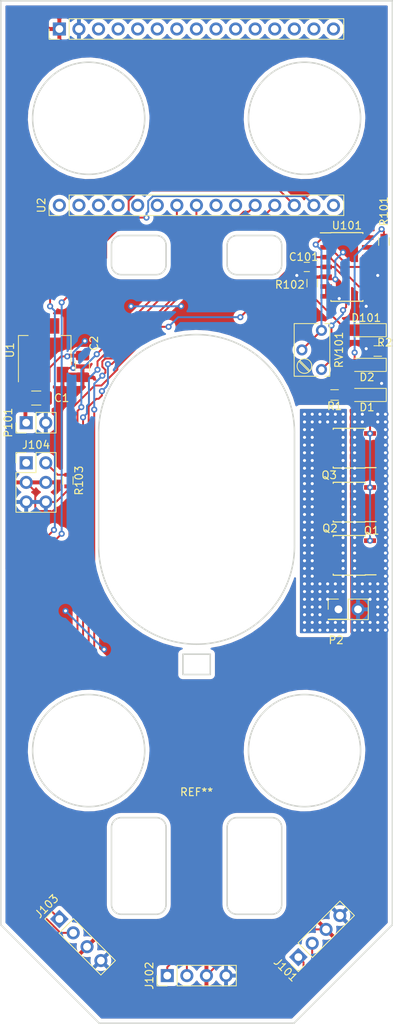
<source format=kicad_pcb>
(kicad_pcb (version 20171130) (host pcbnew 5.1.0-unknown-3692c51~82~ubuntu16.04.1)
  (layers (0 F.Cu signal) (31 B.Cu signal) (34 B.Paste user hide) (35 F.Paste user hide) (36 B.SilkS user) (37 F.SilkS user) (38 B.Mask user hide) (39 F.Mask user hide) (44 Edge.Cuts user))
  (net 0 "")
  (net 1 GND)
  (net 2 +5V)
  (net 3 /GATE)
  (net 4 +BATT)
  (net 5 "Net-(D1-Pad2)")
  (net 6 "Net-(D2-Pad1)")
  (net 7 /R_RX)
  (net 8 /R_PW)
  (net 9 /C_RX)
  (net 10 /C_PW)
  (net 11 /L_RX)
  (net 12 /L_PW)
  (net 13 "Net-(C101-Pad1)")
  (net 14 /S_IN)
  (net 15 "Net-(P2-Pad1)")
  (net 16 "Net-(R101-Pad2)")
  (net 17 "Net-(D101-Pad2)")
  (net 18 "Net-(RV101-Pad2)")
  (net 19 "Net-(D101-Pad1)")
  (net 20 "Net-(U101-Pad11)")
  (module roomba_pcb:Outline (layer F.Cu) (at 100 100)
    (fp_text reference REF** (at 0 0.5) (layer F.SilkS))
    (fp_text value Outline)
    (fp_line (start -9.77 16.35) (end -5.23 16.35) (layer Edge.Cuts) (width 0.2))
    (fp_arc (start -5.23 15.08) (end -5.23 16.35) (angle -90) (layer Edge.Cuts) (width 0.2))
    (fp_line (start -3.96 15.08) (end -3.96 5.08) (layer Edge.Cuts) (width 0.2))
    (fp_arc (start -5.23 5.08) (end -3.96 5.08) (angle -90) (layer Edge.Cuts) (width 0.2))
    (fp_line (start -9.77 3.81) (end -5.23 3.81) (layer Edge.Cuts) (width 0.2))
    (fp_arc (start -9.77 5.08) (end -9.77 3.81) (angle -90) (layer Edge.Cuts) (width 0.2))
    (fp_line (start -11.04 15.08) (end -11.04 5.08) (layer Edge.Cuts) (width 0.2))
    (fp_arc (start -9.77 15.08) (end -11.04 15.08) (angle -90) (layer Edge.Cuts) (width 0.2))
    (fp_circle (center 14 -4.879999) (end 21.27 -4.879999) (layer Edge.Cuts) (width 0.2))
    (fp_circle (center -14 -4.879999) (end -6.73 -4.879999) (layer Edge.Cuts) (width 0.2))
    (fp_arc (start 0 -46.129999) (end 12.7 -46.129999) (angle -180) (layer Edge.Cuts) (width 0.2))
    (fp_line (start -12.7 -31.379999) (end -12.7 -46.129999) (layer Edge.Cuts) (width 0.2))
    (fp_arc (start 0 -31.379999) (end -12.7 -31.379999) (angle -180) (layer Edge.Cuts) (width 0.2))
    (fp_line (start 12.7 -31.379999) (end 12.7 -46.129999) (layer Edge.Cuts) (width 0.2))
    (fp_line (start -1.773999 -17.383999) (end -1.773999 -14.745999) (layer Edge.Cuts) (width 0.2))
    (fp_line (start 1.773999 -14.745999) (end -1.773999 -14.745999) (layer Edge.Cuts) (width 0.2))
    (fp_line (start 1.773999 -17.383999) (end 1.773999 -14.745999) (layer Edge.Cuts) (width 0.2))
    (fp_line (start 1.773999 -17.383999) (end -1.773999 -17.383999) (layer Edge.Cuts) (width 0.2))
    (fp_circle (center 14 -86.879999) (end 21.27 -86.879999) (layer Edge.Cuts) (width 0.2))
    (fp_circle (center -14 -86.88) (end -6.73 -86.88) (layer Edge.Cuts) (width 0.2))
    (fp_arc (start 9.77 15.08) (end 9.77 16.35) (angle -90) (layer Edge.Cuts) (width 0.2))
    (fp_line (start 11.04 15.08) (end 11.04 5.08) (layer Edge.Cuts) (width 0.2))
    (fp_arc (start 9.77 5.08) (end 11.04 5.08) (angle -90) (layer Edge.Cuts) (width 0.2))
    (fp_line (start 9.77 3.81) (end 5.23 3.81) (layer Edge.Cuts) (width 0.2))
    (fp_arc (start 5.23 5.08) (end 5.23 3.81) (angle -90) (layer Edge.Cuts) (width 0.2))
    (fp_line (start 3.96 15.08) (end 3.96 5.08) (layer Edge.Cuts) (width 0.2))
    (fp_arc (start 5.23 15.08) (end 3.96 15.08) (angle -90) (layer Edge.Cuts) (width 0.2))
    (fp_line (start 9.77 16.35) (end 5.23 16.35) (layer Edge.Cuts) (width 0.2))
    (fp_line (start 3.959999 -67.87) (end 3.959999 -70.41) (layer Edge.Cuts) (width 0.2))
    (fp_arc (start 5.229999 -67.87) (end 3.959999 -67.87) (angle -90) (layer Edge.Cuts) (width 0.2))
    (fp_line (start 5.229999 -66.6) (end 9.769999 -66.6) (layer Edge.Cuts) (width 0.2))
    (fp_arc (start 9.769999 -67.87) (end 9.769999 -66.6) (angle -90) (layer Edge.Cuts) (width 0.2))
    (fp_line (start 11.039999 -67.87) (end 11.039999 -70.41) (layer Edge.Cuts) (width 0.2))
    (fp_arc (start 9.769999 -70.41) (end 11.039999 -70.41) (angle -90) (layer Edge.Cuts) (width 0.2))
    (fp_line (start 5.229999 -71.68) (end 9.769999 -71.68) (layer Edge.Cuts) (width 0.2))
    (fp_arc (start 5.229999 -70.41) (end 5.229999 -71.68) (angle -90) (layer Edge.Cuts) (width 0.2))
    (fp_line (start -5.229999 -71.68) (end -9.769999 -71.68) (layer Edge.Cuts) (width 0.2))
    (fp_arc (start -9.769999 -70.41) (end -9.769999 -71.68) (angle -90) (layer Edge.Cuts) (width 0.2))
    (fp_line (start -11.039999 -67.87) (end -11.039999 -70.41) (layer Edge.Cuts) (width 0.2))
    (fp_arc (start -9.769999 -67.87) (end -11.039999 -67.87) (angle -90) (layer Edge.Cuts) (width 0.2))
    (fp_line (start -5.229999 -66.599999) (end -9.769999 -66.6) (layer Edge.Cuts) (width 0.2))
    (fp_arc (start -5.229999 -67.87) (end -5.229999 -66.6) (angle -90) (layer Edge.Cuts) (width 0.2))
    (fp_line (start -3.959999 -67.87) (end -3.959999 -70.41) (layer Edge.Cuts) (width 0.2))
    (fp_arc (start -5.229999 -70.41) (end -3.959999 -70.41) (angle -90) (layer Edge.Cuts) (width 0.2))
    (fp_line (start 25.4 17.705229) (end 12.625229 30.479999) (layer Edge.Cuts) (width 0.2))
    (fp_line (start 12.625229 30.479999) (end -12.625229 30.479999) (layer Edge.Cuts) (width 0.2))
    (fp_line (start -12.625229 30.479999) (end -25.399999 17.705229) (layer Edge.Cuts) (width 0.2))
    (fp_line (start -25.399999 17.705229) (end -25.399999 -102.12) (layer Edge.Cuts) (width 0.2))
    (fp_line (start -25.399999 -102.12) (end 25.4 -102.12) (layer Edge.Cuts) (width 0.2))
    (fp_line (start 25.4 -102.12) (end 25.4 17.705229) (layer Edge.Cuts) (width 0.2))
  )
  (module LEDs:LED_1206 (layer F.Cu) (at 122.1 40.6 180)
    (fp_text reference D101 (at 0.1 1.6 180) (layer F.SilkS))
    (fp_text value LED_RED)
    (pad 1 smd rect (at -1.65 0) (size 1.5 1.5) (layers F.Cu F.Paste F.Mask) (net 19 "Net-(D101-Pad1)"))
    (pad 2 smd rect (at 1.65 0) (size 1.5 1.5) (layers F.Cu F.Paste F.Mask) (net 17 "Net-(D101-Pad2)"))
  )
  (module LEDs:LED_1206 (layer F.Cu) (at 122.1 45.1 180)
    (fp_text reference D2 (at 0 -1.6 180) (layer F.SilkS))
    (fp_text value LED_RED)
    (pad 1 smd rect (at -1.65 0) (size 1.5 1.5) (layers F.Cu F.Paste F.Mask) (net 6 "Net-(D2-Pad1)"))
    (pad 2 smd rect (at 1.65 0) (size 1.5 1.5) (layers F.Cu F.Paste F.Mask) (net 3 /GATE))
  )
  (module LEDs:LED_1206 (layer F.Cu) (at 122.1 49 180)
    (fp_text reference D1 (at 0 -1.6 180) (layer F.SilkS))
    (fp_text value LED_GREEN)
    (pad 1 smd rect (at -1.65 0) (size 1.5 1.5) (layers F.Cu F.Paste F.Mask) (net 1 GND))
    (pad 2 smd rect (at 1.65 0) (size 1.5 1.5) (layers F.Cu F.Paste F.Mask) (net 5 "Net-(D1-Pad2)"))
  )
  (module Housings_SOIC:SOIC-14_3.9x8.7mm_Pitch1.27mm (layer F.Cu) (at 119.5 32.4)
    (fp_text reference U101 (at 0 -5.375) (layer F.SilkS))
    (fp_text value CD4013BM)
    (pad 14 smd rect (at 2.7 -3.81) (size 1.5 0.6) (layers F.Cu F.Paste F.Mask) (net 2 +5V))
    (pad 13 smd rect (at 2.7 -2.54) (size 1.5 0.6) (layers F.Cu F.Paste F.Mask) (net 16 "Net-(R101-Pad2)"))
    (pad 12 smd rect (at 2.7 -1.27) (size 1.5 0.6) (layers F.Cu F.Paste F.Mask) (net 19 "Net-(D101-Pad1)"))
    (pad 11 smd rect (at 2.7 0) (size 1.5 0.6) (layers F.Cu F.Paste F.Mask) (net 20 "Net-(U101-Pad11)"))
    (pad 10 smd rect (at 2.7 1.27) (size 1.5 0.6) (layers F.Cu F.Paste F.Mask) (net 1 GND))
    (pad 9 smd rect (at 2.7 2.54) (size 1.5 0.6) (layers F.Cu F.Paste F.Mask) (net 14 /S_IN))
    (pad 8 smd rect (at 2.7 3.81) (size 1.5 0.6) (layers F.Cu F.Paste F.Mask) (net 1 GND))
    (pad 7 smd rect (at -2.7 3.81) (size 1.5 0.6) (layers F.Cu F.Paste F.Mask) (net 1 GND))
    (pad 6 smd rect (at -2.7 2.54) (size 1.5 0.6) (layers F.Cu F.Paste F.Mask) (net 1 GND))
    (pad 5 smd rect (at -2.7 1.27) (size 1.5 0.6) (layers F.Cu F.Paste F.Mask) (net 2 +5V))
    (pad 4 smd rect (at -2.7 0) (size 1.5 0.6) (layers F.Cu F.Paste F.Mask) (net 13 "Net-(C101-Pad1)"))
    (pad 3 smd rect (at -2.7 -1.27) (size 1.5 0.6) (layers F.Cu F.Paste F.Mask) (net 14 /S_IN))
    (pad 2 smd rect (at -2.7 -2.54) (size 1.5 0.6) (layers F.Cu F.Paste F.Mask) (net 20 "Net-(U101-Pad11)"))
    (pad 1 smd rect (at -2.7 -3.81) (size 1.5 0.6) (layers F.Cu F.Paste F.Mask) (net 18 "Net-(RV101-Pad2)"))
  )
  (module Potentiometers:Potentiometer_Trimmer_Bourns_3266W (layer F.Cu) (at 116.2 45.7 270)
    (fp_text reference RV101 (at -2.54 -2.27 270) (layer F.SilkS))
    (fp_text value 5k)
    (pad 3 thru_hole circle (at -5.08 0 270) (size 1.44 1.44) (drill 0.8) (layers *.Cu *.Mask) (net 18 "Net-(RV101-Pad2)"))
    (pad 2 thru_hole circle (at -2.54 2.54 270) (size 1.44 1.44) (drill 0.8) (layers *.Cu *.Mask) (net 18 "Net-(RV101-Pad2)"))
    (pad 1 thru_hole circle (at 0 0 270) (size 1.44 1.44) (drill 0.8) (layers *.Cu *.Mask) (net 13 "Net-(C101-Pad1)"))
  )
  (module Resistors_SMD:R_0603 (layer F.Cu) (at 83.3 60.1 270)
    (fp_text reference R103 (at 0 -1.45 270) (layer F.SilkS))
    (fp_text value 10k)
    (pad 2 smd rect (at 0.75 0 270) (size 0.5 0.9) (layers F.Cu F.Paste F.Mask) (net 1 GND))
    (pad 1 smd rect (at -0.75 0 270) (size 0.5 0.9) (layers F.Cu F.Paste F.Mask) (net 14 /S_IN))
  )
  (module Resistors_SMD:R_0603 (layer F.Cu) (at 115 34.5 270)
    (fp_text reference R102 (at 0.2 2.9) (layer F.SilkS))
    (fp_text value 475)
    (pad 2 smd rect (at 0.75 0 270) (size 0.5 0.9) (layers F.Cu F.Paste F.Mask) (net 17 "Net-(D101-Pad2)"))
    (pad 1 smd rect (at -0.75 0 270) (size 0.5 0.9) (layers F.Cu F.Paste F.Mask) (net 2 +5V))
  )
  (module Resistors_SMD:R_0603 (layer F.Cu) (at 124.3 29.1 270)
    (fp_text reference R101 (at -3.9 0 270) (layer F.SilkS))
    (fp_text value 10)
    (pad 2 smd rect (at 0.75 0 270) (size 0.5 0.9) (layers F.Cu F.Paste F.Mask) (net 16 "Net-(R101-Pad2)"))
    (pad 1 smd rect (at -0.75 0 270) (size 0.5 0.9) (layers F.Cu F.Paste F.Mask) (net 3 /GATE))
  )
  (module Resistors_SMD:R_0603 (layer F.Cu) (at 123.5 43.3 180)
    (fp_text reference R2 (at -0.9 1.1 180) (layer F.SilkS))
    (fp_text value 475)
    (pad 2 smd rect (at 0.75 0 180) (size 0.5 0.9) (layers F.Cu F.Paste F.Mask) (net 1 GND))
    (pad 1 smd rect (at -0.75 0 180) (size 0.5 0.9) (layers F.Cu F.Paste F.Mask) (net 6 "Net-(D2-Pad1)"))
  )
  (module Resistors_SMD:R_0603 (layer F.Cu) (at 117.9 49 180)
    (fp_text reference R1 (at 0 -1.45 180) (layer F.SilkS))
    (fp_text value 475)
    (pad 2 smd rect (at 0.75 0 180) (size 0.5 0.9) (layers F.Cu F.Paste F.Mask) (net 2 +5V))
    (pad 1 smd rect (at -0.75 0 180) (size 0.5 0.9) (layers F.Cu F.Paste F.Mask) (net 5 "Net-(D1-Pad2)"))
  )
  (module Pin_Headers:Pin_Header_Straight_2x03_Pitch2.54mm (layer F.Cu) (at 77.9 57.8)
    (fp_text reference J104 (at 1.27 -2.33) (layer F.SilkS))
    (fp_text value Conn_02x03_Odd_Even)
    (pad 6 thru_hole oval (at 2.54 5.08) (size 1.7 1.7) (drill 1) (layers *.Cu *.Mask) (net 1 GND))
    (pad 5 thru_hole oval (at 0 5.08) (size 1.7 1.7) (drill 1) (layers *.Cu *.Mask) (net 1 GND))
    (pad 4 thru_hole oval (at 2.54 2.54) (size 1.7 1.7) (drill 1) (layers *.Cu *.Mask) (net 2 +5V))
    (pad 3 thru_hole oval (at 0 2.54) (size 1.7 1.7) (drill 1) (layers *.Cu *.Mask) (net 2 +5V))
    (pad 2 thru_hole oval (at 2.54 0) (size 1.7 1.7) (drill 1) (layers *.Cu *.Mask) (net 14 /S_IN))
    (pad 1 thru_hole rect (at 0 0) (size 1.7 1.7) (drill 1) (layers *.Cu *.Mask))
  )
  (module Pin_Headers:Pin_Header_Straight_1x04_Pitch2.54mm (layer F.Cu) (at 82.2 116.96 45)
    (fp_text reference J103 (at 0 -2.33 45) (layer F.SilkS))
    (fp_text value Conn_01x04)
    (pad 4 thru_hole oval (at 0 7.62 45) (size 1.7 1.7) (drill 1) (layers *.Cu *.Mask) (net 1 GND))
    (pad 3 thru_hole oval (at 0 5.08 45) (size 1.7 1.7) (drill 1) (layers *.Cu *.Mask) (net 2 +5V))
    (pad 2 thru_hole oval (at 0 2.54 45) (size 1.7 1.7) (drill 1) (layers *.Cu *.Mask) (net 7 /R_RX))
    (pad 1 thru_hole rect (at 0 0 45) (size 1.7 1.7) (drill 1) (layers *.Cu *.Mask) (net 8 /R_PW))
  )
  (module Pin_Headers:Pin_Header_Straight_1x04_Pitch2.54mm (layer F.Cu) (at 96.2 124.3 90)
    (fp_text reference J102 (at 0 -2.33 90) (layer F.SilkS))
    (fp_text value Conn_01x04)
    (pad 4 thru_hole oval (at 0 7.62 90) (size 1.7 1.7) (drill 1) (layers *.Cu *.Mask) (net 1 GND))
    (pad 3 thru_hole oval (at 0 5.08 90) (size 1.7 1.7) (drill 1) (layers *.Cu *.Mask) (net 2 +5V))
    (pad 2 thru_hole oval (at 0 2.54 90) (size 1.7 1.7) (drill 1) (layers *.Cu *.Mask) (net 9 /C_RX))
    (pad 1 thru_hole rect (at 0 0 90) (size 1.7 1.7) (drill 1) (layers *.Cu *.Mask) (net 10 /C_PW))
  )
  (module Pin_Headers:Pin_Header_Straight_1x04_Pitch2.54mm (layer F.Cu) (at 113.2 121.9 135)
    (fp_text reference J101 (at 0 -2.33 135) (layer F.SilkS))
    (fp_text value Conn_01x04)
    (pad 4 thru_hole oval (at 0 7.62 135) (size 1.7 1.7) (drill 1) (layers *.Cu *.Mask) (net 1 GND))
    (pad 3 thru_hole oval (at 0 5.08 135) (size 1.7 1.7) (drill 1) (layers *.Cu *.Mask) (net 2 +5V))
    (pad 2 thru_hole oval (at 0 2.54 135) (size 1.7 1.7) (drill 1) (layers *.Cu *.Mask) (net 11 /L_RX))
    (pad 1 thru_hole rect (at 0 0 135) (size 1.7 1.7) (drill 1) (layers *.Cu *.Mask) (net 12 /L_PW))
  )
  (module Capacitors_SMD:C_0603 (layer F.Cu) (at 114.3 32.4 180)
    (fp_text reference C101 (at 0.4 1.3 180) (layer F.SilkS))
    (fp_text value 1uF)
    (pad 1 smd rect (at -0.75 0 180) (size 0.8 0.75) (layers F.Cu F.Paste F.Mask) (net 13 "Net-(C101-Pad1)"))
    (pad 2 smd rect (at 0.75 0 180) (size 0.8 0.75) (layers F.Cu F.Paste F.Mask) (net 1 GND))
  )
  (module Capacitor_SMD:C_1206_3216Metric (layer F.Cu) (at 79.2 49.4)
    (fp_text reference C1 (at 3.3 0) (layer F.SilkS))
    (fp_text value 4.7uF)
    (pad 2 smd roundrect (at 1.4 0) (size 1.25 1.75) (layers F.Cu F.Paste F.Mask) (roundrect_rratio 0.2) (net 1 GND))
    (pad 1 smd roundrect (at -1.4 0) (size 1.25 1.75) (layers F.Cu F.Paste F.Mask) (roundrect_rratio 0.2) (net 4 +BATT))
  )
  (module Capacitor_SMD:C_1206_3216Metric (layer F.Cu) (at 85.2 45.3 90)
    (fp_text reference C2 (at 3 1.5 90) (layer F.SilkS))
    (fp_text value 10uF)
    (pad 1 smd roundrect (at -1.4 0 90) (size 1.25 1.75) (layers F.Cu F.Paste F.Mask) (roundrect_rratio 0.2) (net 2 +5V))
    (pad 2 smd roundrect (at 1.4 0 90) (size 1.25 1.75) (layers F.Cu F.Paste F.Mask) (roundrect_rratio 0.2) (net 1 GND))
  )
  (module Connector_PinHeader_2.54mm:PinHeader_2x01_P2.54mm_Vertical (layer F.Cu) (at 118.4 76.8)
    (fp_text reference P2 (at -0.3 4) (layer F.SilkS))
    (fp_text value GND_INTERUPT)
    (pad 2 thru_hole oval (at 2.54 0) (size 1.7 1.7) (drill 1) (layers *.Cu *.Mask) (net 1 GND))
    (pad 1 thru_hole rect (at 0 0) (size 1.7 1.7) (drill 1) (layers *.Cu *.Mask) (net 15 "Net-(P2-Pad1)"))
  )
  (module Package_SO:SOIC-8_3.9x4.9mm_P1.27mm (layer F.Cu) (at 119.8 69.8 180)
    (fp_text reference Q1 (at -2.9 3.2 180) (layer F.SilkS))
    (fp_text value IRF8301M)
    (pad 1 smd rect (at -2.7 -1.905 180) (size 1.55 0.6) (layers F.Cu F.Paste F.Mask) (net 1 GND))
    (pad 2 smd rect (at -2.7 -0.635 180) (size 1.55 0.6) (layers F.Cu F.Paste F.Mask) (net 1 GND))
    (pad 3 smd rect (at -2.7 0.635 180) (size 1.55 0.6) (layers F.Cu F.Paste F.Mask) (net 1 GND))
    (pad 4 smd rect (at -2.7 1.905 180) (size 1.55 0.6) (layers F.Cu F.Paste F.Mask) (net 3 /GATE))
    (pad 5 smd rect (at 2.7 1.905 180) (size 1.55 0.6) (layers F.Cu F.Paste F.Mask) (net 15 "Net-(P2-Pad1)"))
    (pad 6 smd rect (at 2.7 0.635 180) (size 1.55 0.6) (layers F.Cu F.Paste F.Mask) (net 15 "Net-(P2-Pad1)"))
    (pad 7 smd rect (at 2.7 -0.635 180) (size 1.55 0.6) (layers F.Cu F.Paste F.Mask) (net 15 "Net-(P2-Pad1)"))
    (pad 8 smd rect (at 2.7 -1.905 180) (size 1.55 0.6) (layers F.Cu F.Paste F.Mask) (net 15 "Net-(P2-Pad1)"))
  )
  (module Package_SO:SOIC-8_3.9x4.9mm_P1.27mm (layer F.Cu) (at 119.8 62.9 180)
    (fp_text reference Q2 (at 2.5 -3.4 180) (layer F.SilkS))
    (fp_text value IRF8301M)
    (pad 8 smd rect (at 2.7 -1.905 180) (size 1.55 0.6) (layers F.Cu F.Paste F.Mask) (net 15 "Net-(P2-Pad1)"))
    (pad 7 smd rect (at 2.7 -0.635 180) (size 1.55 0.6) (layers F.Cu F.Paste F.Mask) (net 15 "Net-(P2-Pad1)"))
    (pad 6 smd rect (at 2.7 0.635 180) (size 1.55 0.6) (layers F.Cu F.Paste F.Mask) (net 15 "Net-(P2-Pad1)"))
    (pad 5 smd rect (at 2.7 1.905 180) (size 1.55 0.6) (layers F.Cu F.Paste F.Mask) (net 15 "Net-(P2-Pad1)"))
    (pad 4 smd rect (at -2.7 1.905 180) (size 1.55 0.6) (layers F.Cu F.Paste F.Mask) (net 3 /GATE))
    (pad 3 smd rect (at -2.7 0.635 180) (size 1.55 0.6) (layers F.Cu F.Paste F.Mask) (net 1 GND))
    (pad 2 smd rect (at -2.7 -0.635 180) (size 1.55 0.6) (layers F.Cu F.Paste F.Mask) (net 1 GND))
    (pad 1 smd rect (at -2.7 -1.905 180) (size 1.55 0.6) (layers F.Cu F.Paste F.Mask) (net 1 GND))
  )
  (module Package_SO:SOIC-8_3.9x4.9mm_P1.27mm (layer F.Cu) (at 119.8 55.9 180)
    (fp_text reference Q3 (at 2.6 -3.5 180) (layer F.SilkS))
    (fp_text value IRF8301M)
    (pad 1 smd rect (at -2.7 -1.905 180) (size 1.55 0.6) (layers F.Cu F.Paste F.Mask) (net 1 GND))
    (pad 2 smd rect (at -2.7 -0.635 180) (size 1.55 0.6) (layers F.Cu F.Paste F.Mask) (net 1 GND))
    (pad 3 smd rect (at -2.7 0.635 180) (size 1.55 0.6) (layers F.Cu F.Paste F.Mask) (net 1 GND))
    (pad 4 smd rect (at -2.7 1.905 180) (size 1.55 0.6) (layers F.Cu F.Paste F.Mask) (net 3 /GATE))
    (pad 5 smd rect (at 2.7 1.905 180) (size 1.55 0.6) (layers F.Cu F.Paste F.Mask) (net 15 "Net-(P2-Pad1)"))
    (pad 6 smd rect (at 2.7 0.635 180) (size 1.55 0.6) (layers F.Cu F.Paste F.Mask) (net 15 "Net-(P2-Pad1)"))
    (pad 7 smd rect (at 2.7 -0.635 180) (size 1.55 0.6) (layers F.Cu F.Paste F.Mask) (net 15 "Net-(P2-Pad1)"))
    (pad 8 smd rect (at 2.7 -1.905 180) (size 1.55 0.6) (layers F.Cu F.Paste F.Mask) (net 15 "Net-(P2-Pad1)"))
  )
  (module Package_TO_SOT_SMD:SOT-223 (layer F.Cu) (at 80.3 43.2 90)
    (fp_text reference U1 (at 0 -4.5 90) (layer F.SilkS))
    (fp_text value LM341T-05_TO220)
    (pad 4 smd rect (at 3.15 0 90) (size 2 3.8) (layers F.Cu F.Paste F.Mask))
    (pad 2 smd rect (at -3.15 0 90) (size 2 1.5) (layers F.Cu F.Paste F.Mask) (net 1 GND))
    (pad 3 smd rect (at -3.15 2.3 90) (size 2 1.5) (layers F.Cu F.Paste F.Mask) (net 2 +5V))
    (pad 1 smd rect (at -3.15 -2.3 90) (size 2 1.5) (layers F.Cu F.Paste F.Mask) (net 4 +BATT))
  )
  (module roomba_pcb:NODEMCU (layer F.Cu) (at 82.2 24.4 90)
    (fp_text reference U2 (at 0 -2.33 90) (layer F.SilkS))
    (fp_text value ESP8266-nodemcu)
    (pad 16 thru_hole circle (at 0 0 90) (size 1.7 1.7) (drill 1) (layers *.Cu *.Mask))
    (pad 17 thru_hole oval (at 0 2.54 90) (size 1.7 1.7) (drill 1) (layers *.Cu *.Mask))
    (pad 18 thru_hole oval (at 0 5.08 90) (size 1.7 1.7) (drill 1) (layers *.Cu *.Mask))
    (pad 19 thru_hole oval (at 0 7.62 90) (size 1.7 1.7) (drill 1) (layers *.Cu *.Mask))
    (pad 20 thru_hole oval (at 0 10.16 90) (size 1.7 1.7) (drill 1) (layers *.Cu *.Mask))
    (pad 21 thru_hole oval (at 0 12.7 90) (size 1.7 1.7) (drill 1) (layers *.Cu *.Mask))
    (pad 22 thru_hole oval (at 0 15.24 90) (size 1.7 1.7) (drill 1) (layers *.Cu *.Mask) (net 7 /R_RX))
    (pad 23 thru_hole oval (at 0 17.78 90) (size 1.7 1.7) (drill 1) (layers *.Cu *.Mask) (net 8 /R_PW))
    (pad 24 thru_hole oval (at 0 20.32 90) (size 1.7 1.7) (drill 1) (layers *.Cu *.Mask))
    (pad 25 thru_hole oval (at 0 22.86 90) (size 1.7 1.7) (drill 1) (layers *.Cu *.Mask))
    (pad 26 thru_hole oval (at 0 25.4 90) (size 1.7 1.7) (drill 1) (layers *.Cu *.Mask) (net 9 /C_RX))
    (pad 27 thru_hole oval (at 0 27.94 90) (size 1.7 1.7) (drill 1) (layers *.Cu *.Mask) (net 10 /C_PW))
    (pad 28 thru_hole oval (at 0 30.48 90) (size 1.7 1.7) (drill 1) (layers *.Cu *.Mask) (net 11 /L_RX))
    (pad 29 thru_hole oval (at 0 33.02 90) (size 1.7 1.7) (drill 1) (layers *.Cu *.Mask) (net 12 /L_PW))
    (pad 30 thru_hole oval (at 0 35.56 90) (size 1.7 1.7) (drill 1) (layers *.Cu *.Mask))
    (pad 9 thru_hole oval (at 22.86 20.32 90) (size 1.7 1.7) (drill 1) (layers *.Cu *.Mask))
    (pad 4 thru_hole oval (at 22.86 7.62 90) (size 1.7 1.7) (drill 1) (layers *.Cu *.Mask))
    (pad 6 thru_hole oval (at 22.86 12.7 90) (size 1.7 1.7) (drill 1) (layers *.Cu *.Mask))
    (pad 14 thru_hole oval (at 22.86 33.02 90) (size 1.7 1.7) (drill 1) (layers *.Cu *.Mask))
    (pad 15 thru_hole oval (at 22.86 35.56 90) (size 1.7 1.7) (drill 1) (layers *.Cu *.Mask))
    (pad 1 thru_hole rect (at 22.86 0 90) (size 1.7 1.7) (drill 1) (layers *.Cu *.Mask) (net 2 +5V))
    (pad 10 thru_hole oval (at 22.86 22.86 90) (size 1.7 1.7) (drill 1) (layers *.Cu *.Mask))
    (pad 8 thru_hole oval (at 22.86 17.78 90) (size 1.7 1.7) (drill 1) (layers *.Cu *.Mask))
    (pad 11 thru_hole oval (at 22.86 25.4 90) (size 1.7 1.7) (drill 1) (layers *.Cu *.Mask))
    (pad 3 thru_hole oval (at 22.86 5.08 90) (size 1.7 1.7) (drill 1) (layers *.Cu *.Mask))
    (pad 5 thru_hole oval (at 22.86 10.16 90) (size 1.7 1.7) (drill 1) (layers *.Cu *.Mask))
    (pad 7 thru_hole oval (at 22.86 15.24 90) (size 1.7 1.7) (drill 1) (layers *.Cu *.Mask))
    (pad 13 thru_hole oval (at 22.86 30.48 90) (size 1.7 1.7) (drill 1) (layers *.Cu *.Mask))
    (pad 12 thru_hole oval (at 22.86 27.94 90) (size 1.7 1.7) (drill 1) (layers *.Cu *.Mask))
    (pad 2 thru_hole oval (at 22.86 2.54 90) (size 1.7 1.7) (drill 1) (layers *.Cu *.Mask) (net 1 GND))
  )
  (module Pin_Headers:Pin_Header_Straight_1x02_Pitch2.54mm (layer F.Cu) (at 77.9 52.6 90)
    (fp_text reference P101 (at 0 -2.33 90) (layer F.SilkS))
    (fp_text value BATT)
    (pad 1 thru_hole rect (at 0 0 90) (size 1.7 1.7) (drill 1) (layers *.Cu *.Mask) (net 4 +BATT))
    (pad 2 thru_hole oval (at 0 2.54 90) (size 1.7 1.7) (drill 1) (layers *.Cu *.Mask) (net 1 GND))
  )
  (via (at 120.5 51.5) (size 0.8) (drill 0.4) (layers F.Cu B.Cu) (net 1))
  (via (at 121.5 51.5) (size 0.8) (drill 0.4) (layers F.Cu B.Cu) (net 1))
  (via (at 123.5 51.5) (size 0.8) (drill 0.4) (layers F.Cu B.Cu) (net 1))
  (via (at 124.5 51.5) (size 0.8) (drill 0.4) (layers F.Cu B.Cu) (net 1))
  (via (at 124.5 52.5) (size 0.8) (drill 0.4) (layers F.Cu B.Cu) (net 1))
  (via (at 123.5 52.5) (size 0.8) (drill 0.4) (layers F.Cu B.Cu) (net 1))
  (via (at 121.5 52.5) (size 0.8) (drill 0.4) (layers F.Cu B.Cu) (net 1))
  (via (at 120.5 52.5) (size 0.8) (drill 0.4) (layers F.Cu B.Cu) (net 1))
  (via (at 120.5 53.5) (size 0.8) (drill 0.4) (layers F.Cu B.Cu) (net 1))
  (via (at 120.5 54.5) (size 0.8) (drill 0.4) (layers F.Cu B.Cu) (net 1))
  (via (at 120.5 55.5) (size 0.8) (drill 0.4) (layers F.Cu B.Cu) (net 1))
  (via (at 120.5 56.5) (size 0.8) (drill 0.4) (layers F.Cu B.Cu) (net 1))
  (via (at 120.5 57.5) (size 0.8) (drill 0.4) (layers F.Cu B.Cu) (net 1))
  (via (at 124.5 53.5) (size 0.8) (drill 0.4) (layers F.Cu B.Cu) (net 1))
  (via (at 124.5 54.5) (size 0.8) (drill 0.4) (layers F.Cu B.Cu) (net 1))
  (via (at 124.5 55.5) (size 0.8) (drill 0.4) (layers F.Cu B.Cu) (net 1))
  (via (at 124.5 56.5) (size 0.8) (drill 0.4) (layers F.Cu B.Cu) (net 1))
  (via (at 124.5 57.5) (size 0.8) (drill 0.4) (layers F.Cu B.Cu) (net 1))
  (via (at 124.5 58.5) (size 0.8) (drill 0.4) (layers F.Cu B.Cu) (net 1))
  (via (at 124.5 59.5) (size 0.8) (drill 0.4) (layers F.Cu B.Cu) (net 1))
  (via (at 120.5 59.5) (size 0.8) (drill 0.4) (layers F.Cu B.Cu) (net 1))
  (via (at 124.5 62.5) (size 0.8) (drill 0.4) (layers F.Cu B.Cu) (net 1))
  (via (at 120.5 62.5) (size 0.8) (drill 0.4) (layers F.Cu B.Cu) (net 1))
  (via (at 124.5 60.5) (size 0.8) (drill 0.4) (layers F.Cu B.Cu) (net 1))
  (via (at 120.5 61.5) (size 0.8) (drill 0.4) (layers F.Cu B.Cu) (net 1))
  (via (at 120.5 58.5) (size 0.8) (drill 0.4) (layers F.Cu B.Cu) (net 1))
  (via (at 124.5 61.5) (size 0.8) (drill 0.4) (layers F.Cu B.Cu) (net 1))
  (via (at 120.5 60.5) (size 0.8) (drill 0.4) (layers F.Cu B.Cu) (net 1))
  (via (at 120.5 63.5) (size 0.8) (drill 0.4) (layers F.Cu B.Cu) (net 1))
  (via (at 124.5 65.5) (size 0.8) (drill 0.4) (layers F.Cu B.Cu) (net 1))
  (via (at 124.5 66.5) (size 0.8) (drill 0.4) (layers F.Cu B.Cu) (net 1))
  (via (at 120.5 67.5) (size 0.8) (drill 0.4) (layers F.Cu B.Cu) (net 1))
  (via (at 120.5 65.5) (size 0.8) (drill 0.4) (layers F.Cu B.Cu) (net 1))
  (via (at 124.5 63.5) (size 0.8) (drill 0.4) (layers F.Cu B.Cu) (net 1))
  (via (at 120.5 66.5) (size 0.8) (drill 0.4) (layers F.Cu B.Cu) (net 1))
  (via (at 120.5 64.5) (size 0.8) (drill 0.4) (layers F.Cu B.Cu) (net 1))
  (via (at 124.5 67.5) (size 0.8) (drill 0.4) (layers F.Cu B.Cu) (net 1))
  (via (at 124.5 64.5) (size 0.8) (drill 0.4) (layers F.Cu B.Cu) (net 1))
  (via (at 120.5 69.5) (size 0.8) (drill 0.4) (layers F.Cu B.Cu) (net 1))
  (via (at 120.5 71.5) (size 0.8) (drill 0.4) (layers F.Cu B.Cu) (net 1))
  (via (at 124.5 68.5) (size 0.8) (drill 0.4) (layers F.Cu B.Cu) (net 1))
  (via (at 120.5 68.5) (size 0.8) (drill 0.4) (layers F.Cu B.Cu) (net 1))
  (via (at 120.5 72.5) (size 0.8) (drill 0.4) (layers F.Cu B.Cu) (net 1))
  (via (at 124.5 72.5) (size 0.8) (drill 0.4) (layers F.Cu B.Cu) (net 1))
  (via (at 124.5 69.5) (size 0.8) (drill 0.4) (layers F.Cu B.Cu) (net 1))
  (via (at 124.5 70.5) (size 0.8) (drill 0.4) (layers F.Cu B.Cu) (net 1))
  (via (at 120.5 70.5) (size 0.8) (drill 0.4) (layers F.Cu B.Cu) (net 1))
  (via (at 124.5 71.5) (size 0.8) (drill 0.4) (layers F.Cu B.Cu) (net 1))
  (via (at 124.5 76.5) (size 0.8) (drill 0.4) (layers F.Cu B.Cu) (net 1))
  (via (at 120.5 73.5) (size 0.8) (drill 0.4) (layers F.Cu B.Cu) (net 1))
  (via (at 120.5 74.5) (size 0.8) (drill 0.4) (layers F.Cu B.Cu) (net 1))
  (via (at 124.5 74.5) (size 0.8) (drill 0.4) (layers F.Cu B.Cu) (net 1))
  (via (at 124.5 77.5) (size 0.8) (drill 0.4) (layers F.Cu B.Cu) (net 1))
  (via (at 124.5 73.5) (size 0.8) (drill 0.4) (layers F.Cu B.Cu) (net 1))
  (via (at 124.5 75.5) (size 0.8) (drill 0.4) (layers F.Cu B.Cu) (net 1))
  (via (at 121.5 73.5) (size 0.8) (drill 0.4) (layers F.Cu B.Cu) (net 1))
  (via (at 122.5 73.5) (size 0.8) (drill 0.4) (layers F.Cu B.Cu) (net 1))
  (via (at 123.5 73.5) (size 0.8) (drill 0.4) (layers F.Cu B.Cu) (net 1))
  (via (at 121.5 74.5) (size 0.8) (drill 0.4) (layers F.Cu B.Cu) (net 1))
  (via (at 122.5 74.5) (size 0.8) (drill 0.4) (layers F.Cu B.Cu) (net 1))
  (via (at 123.5 74.5) (size 0.8) (drill 0.4) (layers F.Cu B.Cu) (net 1))
  (via (at 123.5 75.5) (size 0.8) (drill 0.4) (layers F.Cu B.Cu) (net 1))
  (via (at 123.5 76.5) (size 0.8) (drill 0.4) (layers F.Cu B.Cu) (net 1))
  (via (at 123.5 77.5) (size 0.8) (drill 0.4) (layers F.Cu B.Cu) (net 1))
  (via (at 123.5 78.5) (size 0.8) (drill 0.4) (layers F.Cu B.Cu) (net 1))
  (via (at 124.5 78.5) (size 0.8) (drill 0.4) (layers F.Cu B.Cu) (net 1))
  (via (at 124.5 79.5) (size 0.8) (drill 0.4) (layers F.Cu B.Cu) (net 1))
  (via (at 123.5 79.5) (size 0.8) (drill 0.4) (layers F.Cu B.Cu) (net 1))
  (via (at 122.5 79.5) (size 0.8) (drill 0.4) (layers F.Cu B.Cu) (net 1))
  (via (at 121.5 79.5) (size 0.8) (drill 0.4) (layers F.Cu B.Cu) (net 1))
  (via (at 120.5 79.5) (size 0.8) (drill 0.4) (layers F.Cu B.Cu) (net 1))
  (via (at 120.5 78.5) (size 0.8) (drill 0.4) (layers F.Cu B.Cu) (net 1))
  (via (at 121.5 78.5) (size 0.8) (drill 0.4) (layers F.Cu B.Cu) (net 1))
  (via (at 122.5 78.5) (size 0.8) (drill 0.4) (layers F.Cu B.Cu) (net 1))
  (via (at 122.5 75.5) (size 0.8) (drill 0.4) (layers F.Cu B.Cu) (net 1))
  (segment (start 80.44 49.56) (end 80.6 49.4) (width 0.5) (layer F.Cu) (net 1))
  (segment (start 80.44 52.6) (end 80.44 49.56) (width 0.5) (layer F.Cu) (net 1))
  (segment (start 80.6 46.65) (end 80.3 46.35) (width 0.5) (layer F.Cu) (net 1))
  (segment (start 80.6 49.4) (end 80.6 46.65) (width 0.5) (layer F.Cu) (net 1))
  (segment (start 81.77 62.88) (end 81.642081 62.88) (width 0.25) (layer F.Cu) (net 1))
  (segment (start 83.3 61.35) (end 81.77 62.88) (width 0.25) (layer F.Cu) (net 1))
  (segment (start 81.642081 62.88) (end 80.44 62.88) (width 0.25) (layer F.Cu) (net 1))
  (segment (start 83.3 60.85) (end 83.3 61.35) (width 0.25) (layer F.Cu) (net 1))
  (via (at 124 47.5) (size 0.8) (drill 0.4) (layers F.Cu B.Cu) (net 1))
  (segment (start 123.75 47.75) (end 124 47.5) (width 0.25) (layer F.Cu) (net 1))
  (segment (start 123.75 49) (end 123.75 47.75) (width 0.25) (layer F.Cu) (net 1))
  (segment (start 122.3 43.3) (end 122 43) (width 0.25) (layer F.Cu) (net 1))
  (via (at 122 43) (size 0.8) (drill 0.4) (layers F.Cu B.Cu) (net 1))
  (segment (start 122.75 43.3) (end 122.3 43.3) (width 0.25) (layer F.Cu) (net 1))
  (via (at 122 37.5) (size 0.8) (drill 0.4) (layers F.Cu B.Cu) (net 1))
  (segment (start 122.2 37.3) (end 122 37.5) (width 0.25) (layer F.Cu) (net 1))
  (segment (start 122.2 36.21) (end 122.2 37.3) (width 0.25) (layer F.Cu) (net 1))
  (segment (start 118.21 36.21) (end 118.5 36.5) (width 0.25) (layer F.Cu) (net 1))
  (via (at 118.5 36.5) (size 0.8) (drill 0.4) (layers F.Cu B.Cu) (net 1))
  (segment (start 116.8 36.21) (end 118.21 36.21) (width 0.25) (layer F.Cu) (net 1))
  (segment (start 116.8 34.94) (end 116.8 36.21) (width 0.25) (layer F.Cu) (net 1))
  (via (at 113 33.5) (size 0.8) (drill 0.4) (layers F.Cu B.Cu) (net 1))
  (segment (start 113.55 32.95) (end 113 33.5) (width 0.25) (layer F.Cu) (net 1))
  (segment (start 113.55 32.4) (end 113.55 32.95) (width 0.25) (layer F.Cu) (net 1))
  (segment (start 83.32501 43.9) (end 83.22501 44) (width 0.5) (layer F.Cu) (net 1))
  (segment (start 85.2 43.9) (end 83.32501 43.9) (width 0.5) (layer F.Cu) (net 1))
  (via (at 83.22501 44) (size 0.8) (drill 0.4) (layers F.Cu B.Cu) (net 1))
  (segment (start 123.33 33.67) (end 123.5 33.5) (width 0.25) (layer F.Cu) (net 1))
  (via (at 123.5 33.5) (size 0.8) (drill 0.4) (layers F.Cu B.Cu) (net 1))
  (segment (start 122.2 33.67) (end 123.33 33.67) (width 0.25) (layer F.Cu) (net 1))
  (segment (start 80.3 46.1) (end 80.3 46.35) (width 0.25) (layer F.Cu) (net 1))
  (segment (start 82.4 44) (end 80.3 46.1) (width 0.25) (layer F.Cu) (net 1))
  (segment (start 83.22501 44) (end 82.4 44) (width 0.25) (layer F.Cu) (net 1))
  (segment (start 84.85 46.35) (end 85.2 46.7) (width 0.5) (layer F.Cu) (net 2))
  (segment (start 82.6 46.35) (end 84.85 46.35) (width 0.5) (layer F.Cu) (net 2))
  (segment (start 115.08 33.67) (end 115 33.75) (width 0.25) (layer F.Cu) (net 2))
  (segment (start 116.8 33.67) (end 115.08 33.67) (width 0.25) (layer F.Cu) (net 2))
  (segment (start 107.272102 118.307898) (end 101.28 124.3) (width 0.25) (layer F.Cu) (net 2))
  (segment (start 116.792102 118.307898) (end 107.272102 118.307898) (width 0.25) (layer F.Cu) (net 2))
  (segment (start 101.28 123.097919) (end 100.5 122.317919) (width 0.25) (layer F.Cu) (net 2))
  (segment (start 101.28 124.3) (end 101.28 123.097919) (width 0.25) (layer F.Cu) (net 2))
  (segment (start 100.5 122.317919) (end 100 121.817919) (width 0.25) (layer F.Cu) (net 2))
  (via (at 88 82) (size 0.8) (drill 0.4) (layers F.Cu B.Cu) (net 2))
  (segment (start 100 94) (end 88 82) (width 0.25) (layer F.Cu) (net 2))
  (segment (start 100 121.817919) (end 100 94) (width 0.25) (layer F.Cu) (net 2))
  (via (at 83 77) (size 0.8) (drill 0.4) (layers F.Cu B.Cu) (net 2))
  (segment (start 88 82) (end 83 77) (width 0.25) (layer B.Cu) (net 2))
  (segment (start 83 77) (end 83.5 76.5) (width 0.25) (layer F.Cu) (net 2))
  (segment (start 83.5 76.5) (end 83.5 66.5) (width 0.25) (layer F.Cu) (net 2))
  (segment (start 81.055001 64.055001) (end 79.555001 64.055001) (width 0.25) (layer F.Cu) (net 2))
  (segment (start 83.5 66.5) (end 81.055001 64.055001) (width 0.25) (layer F.Cu) (net 2))
  (segment (start 78.749999 61.189999) (end 77.9 60.34) (width 0.25) (layer F.Cu) (net 2))
  (segment (start 79.075001 63.575001) (end 79.075001 61.515001) (width 0.25) (layer F.Cu) (net 2))
  (segment (start 79.075001 61.515001) (end 78.749999 61.189999) (width 0.25) (layer F.Cu) (net 2))
  (segment (start 79.555001 64.055001) (end 79.075001 63.575001) (width 0.25) (layer F.Cu) (net 2))
  (segment (start 80.44 60.34) (end 77.9 60.34) (width 0.25) (layer F.Cu) (net 2))
  (via (at 119 30.5) (size 0.8) (drill 0.4) (layers F.Cu B.Cu) (net 2))
  (segment (start 120.91 28.59) (end 119 30.5) (width 0.25) (layer F.Cu) (net 2))
  (segment (start 122.2 28.59) (end 120.91 28.59) (width 0.25) (layer F.Cu) (net 2))
  (via (at 118 34) (size 0.8) (drill 0.4) (layers F.Cu B.Cu) (net 2))
  (segment (start 119 30.5) (end 118 31.5) (width 0.25) (layer B.Cu) (net 2))
  (segment (start 118 31.5) (end 118 34) (width 0.25) (layer B.Cu) (net 2))
  (segment (start 117.13 34) (end 116.8 33.67) (width 0.25) (layer F.Cu) (net 2))
  (segment (start 118 34) (end 117.13 34) (width 0.25) (layer F.Cu) (net 2))
  (segment (start 114.8 33.75) (end 108.55 40) (width 0.25) (layer F.Cu) (net 2))
  (segment (start 115 33.75) (end 114.8 33.75) (width 0.25) (layer F.Cu) (net 2))
  (segment (start 108.55 40) (end 100 40) (width 0.25) (layer F.Cu) (net 2))
  (via (at 98 37.5) (size 0.8) (drill 0.4) (layers F.Cu B.Cu) (net 2))
  (segment (start 98 38) (end 98 37.5) (width 0.25) (layer F.Cu) (net 2))
  (segment (start 100 40) (end 98 38) (width 0.25) (layer F.Cu) (net 2))
  (via (at 91.5 37.5) (size 0.8) (drill 0.4) (layers F.Cu B.Cu) (net 2))
  (segment (start 98 37.5) (end 91.5 37.5) (width 0.25) (layer B.Cu) (net 2))
  (segment (start 90 37.5) (end 85.5 42) (width 0.25) (layer F.Cu) (net 2))
  (via (at 85.5 42) (size 0.8) (drill 0.4) (layers F.Cu B.Cu) (net 2))
  (segment (start 91.5 37.5) (end 90 37.5) (width 0.25) (layer F.Cu) (net 2))
  (via (at 84 45.5) (size 0.8) (drill 0.4) (layers F.Cu B.Cu) (net 2))
  (segment (start 84 43.5) (end 84 45.5) (width 0.25) (layer B.Cu) (net 2))
  (segment (start 85.5 42) (end 84 43.5) (width 0.25) (layer B.Cu) (net 2))
  (segment (start 83.45 45.5) (end 82.6 46.35) (width 0.25) (layer F.Cu) (net 2))
  (segment (start 84 45.5) (end 83.45 45.5) (width 0.25) (layer F.Cu) (net 2))
  (via (at 122.500038 53.995) (size 0.8) (drill 0.4) (layers F.Cu B.Cu) (net 3))
  (segment (start 122.5 53.995) (end 122.500038 53.995) (width 0.25) (layer F.Cu) (net 3))
  (via (at 122.49998 60.995) (size 0.8) (drill 0.4) (layers F.Cu B.Cu) (net 3))
  (segment (start 122.5 60.995) (end 122.49998 60.995) (width 0.25) (layer F.Cu) (net 3))
  (segment (start 122.500038 60.994942) (end 122.49998 60.995) (width 0.25) (layer B.Cu) (net 3))
  (segment (start 122.500038 53.995) (end 122.500038 60.994942) (width 0.25) (layer B.Cu) (net 3))
  (via (at 122.500016 67.895) (size 0.8) (drill 0.4) (layers F.Cu B.Cu) (net 3))
  (segment (start 122.5 67.895) (end 122.500016 67.895) (width 0.25) (layer F.Cu) (net 3))
  (segment (start 122.49998 60.995) (end 122.49998 67.894964) (width 0.25) (layer B.Cu) (net 3))
  (segment (start 122.49998 67.894964) (end 122.500016 67.895) (width 0.25) (layer B.Cu) (net 3))
  (via (at 124 27.5) (size 0.8) (drill 0.4) (layers F.Cu B.Cu) (net 3))
  (segment (start 124.3 27.8) (end 124 27.5) (width 0.25) (layer F.Cu) (net 3))
  (segment (start 124.3 28.35) (end 124.3 27.8) (width 0.25) (layer F.Cu) (net 3))
  (via (at 120.5 43.5) (size 0.8) (drill 0.4) (layers F.Cu B.Cu) (net 3))
  (segment (start 120.5 31) (end 120.5 43.5) (width 0.25) (layer B.Cu) (net 3))
  (segment (start 124 27.5) (end 120.5 31) (width 0.25) (layer B.Cu) (net 3))
  (segment (start 120.5 45.05) (end 120.45 45.1) (width 0.25) (layer F.Cu) (net 3))
  (segment (start 120.5 43.5) (end 120.5 45.05) (width 0.25) (layer F.Cu) (net 3))
  (segment (start 121.45 45.1) (end 120.45 45.1) (width 0.25) (layer F.Cu) (net 3))
  (segment (start 122.500038 46.150038) (end 121.45 45.1) (width 0.25) (layer F.Cu) (net 3))
  (segment (start 122.500038 53.995) (end 122.500038 46.150038) (width 0.25) (layer F.Cu) (net 3))
  (segment (start 78 49.2) (end 77.8 49.4) (width 0.5) (layer F.Cu) (net 4))
  (segment (start 78 46.35) (end 78 49.2) (width 0.5) (layer F.Cu) (net 4))
  (segment (start 77.8 52.5) (end 77.9 52.6) (width 0.5) (layer F.Cu) (net 4))
  (segment (start 77.8 49.4) (end 77.8 52.5) (width 0.5) (layer F.Cu) (net 4))
  (segment (start 118.65 49) (end 120.45 49) (width 0.25) (layer F.Cu) (net 5))
  (segment (start 123.75 43.8) (end 124.25 43.3) (width 0.25) (layer F.Cu) (net 6))
  (segment (start 123.75 45.1) (end 123.75 43.8) (width 0.25) (layer F.Cu) (net 6))
  (segment (start 97.44 33.325266) (end 87.450022 43.315244) (width 0.25) (layer F.Cu) (net 7))
  (segment (start 87.450022 43.315244) (end 87.050023 43.715243) (width 0.25) (layer F.Cu) (net 7))
  (via (at 87.050023 43.715243) (size 0.8) (drill 0.4) (layers F.Cu B.Cu) (net 7))
  (segment (start 97.44 24.4) (end 97.44 33.325266) (width 0.25) (layer F.Cu) (net 7))
  (segment (start 76.588323 113.010041) (end 76.588323 92.411678) (width 0.25) (layer F.Cu) (net 7))
  (segment (start 83.996051 118.756051) (end 82.334333 118.756051) (width 0.25) (layer F.Cu) (net 7))
  (segment (start 84.650966 50.977506) (end 85.050965 50.577507) (width 0.25) (layer F.Cu) (net 7))
  (segment (start 82.334333 118.756051) (end 76.588323 113.010041) (width 0.25) (layer F.Cu) (net 7))
  (segment (start 85.050965 50.011822) (end 85.050965 50.577507) (width 0.25) (layer B.Cu) (net 7))
  (segment (start 76.588323 92.411678) (end 84.549988 84.450013) (width 0.25) (layer F.Cu) (net 7))
  (segment (start 85.050965 45.714301) (end 85.050965 50.011822) (width 0.25) (layer B.Cu) (net 7))
  (via (at 85.050965 50.577507) (size 0.8) (drill 0.4) (layers F.Cu B.Cu) (net 7))
  (segment (start 87.050023 43.715243) (end 85.050965 45.714301) (width 0.25) (layer B.Cu) (net 7))
  (segment (start 84.549988 51.078484) (end 84.650966 50.977506) (width 0.25) (layer F.Cu) (net 7))
  (segment (start 84.549988 84.450013) (end 84.549988 51.078484) (width 0.25) (layer F.Cu) (net 7))
  (segment (start 85.27499 84.419028) (end 85.27499 52.470039) (width 0.25) (layer F.Cu) (net 8))
  (segment (start 85.27499 52.470039) (end 85.27499 51.904354) (width 0.25) (layer F.Cu) (net 8))
  (segment (start 77.5 92.194018) (end 85.27499 84.419028) (width 0.25) (layer F.Cu) (net 8))
  (segment (start 82.2 116.96) (end 77.5 112.26) (width 0.25) (layer F.Cu) (net 8))
  (via (at 85.27499 51.904354) (size 0.8) (drill 0.4) (layers F.Cu B.Cu) (net 8))
  (segment (start 77.5 112.26) (end 77.5 92.194018) (width 0.25) (layer F.Cu) (net 8))
  (via (at 87.147021 45.721746) (size 0.8) (drill 0.4) (layers F.Cu B.Cu) (net 8))
  (segment (start 87.147021 45.156061) (end 87.147021 45.721746) (width 0.25) (layer F.Cu) (net 8))
  (segment (start 99.98 24.4) (end 99.98 31.810585) (width 0.25) (layer F.Cu) (net 8))
  (segment (start 99.98 31.810585) (end 87.147021 44.643564) (width 0.25) (layer F.Cu) (net 8))
  (segment (start 87.147021 44.643564) (end 87.147021 45.156061) (width 0.25) (layer F.Cu) (net 8))
  (segment (start 85.775975 50.41182) (end 86.036198 50.151597) (width 0.25) (layer B.Cu) (net 8))
  (segment (start 85.775975 51.403369) (end 85.775975 50.41182) (width 0.25) (layer B.Cu) (net 8))
  (segment (start 86.036198 50.151597) (end 86.036198 46.832569) (width 0.25) (layer B.Cu) (net 8))
  (segment (start 86.036198 46.832569) (end 86.747022 46.121745) (width 0.25) (layer B.Cu) (net 8))
  (segment (start 86.747022 46.121745) (end 87.147021 45.721746) (width 0.25) (layer B.Cu) (net 8))
  (segment (start 85.27499 51.904354) (end 85.775975 51.403369) (width 0.25) (layer B.Cu) (net 8))
  (via (at 87.77499 46.5) (size 0.8) (drill 0.4) (layers F.Cu B.Cu) (net 9))
  (segment (start 101.549989 29.8136) (end 101.549989 31.813601) (width 0.25) (layer F.Cu) (net 9))
  (segment (start 101.549989 31.813601) (end 89.088592 44.274998) (width 0.25) (layer F.Cu) (net 9))
  (segment (start 87.774998 45.348002) (end 88.174989 45.747993) (width 0.25) (layer F.Cu) (net 9))
  (segment (start 87.774998 44.651998) (end 87.774998 45.348002) (width 0.25) (layer F.Cu) (net 9))
  (segment (start 107.6 24.4) (end 106.750001 25.249999) (width 0.25) (layer F.Cu) (net 9))
  (segment (start 106.113591 25.249999) (end 101.549989 29.8136) (width 0.25) (layer F.Cu) (net 9))
  (segment (start 88.174989 46.100001) (end 87.77499 46.5) (width 0.25) (layer F.Cu) (net 9))
  (segment (start 88.174989 45.747993) (end 88.174989 46.100001) (width 0.25) (layer F.Cu) (net 9))
  (segment (start 88.151998 44.274998) (end 87.774998 44.651998) (width 0.25) (layer F.Cu) (net 9))
  (segment (start 89.088592 44.274998) (end 88.151998 44.274998) (width 0.25) (layer F.Cu) (net 9))
  (segment (start 106.750001 25.249999) (end 106.113591 25.249999) (width 0.25) (layer F.Cu) (net 9))
  (segment (start 98.74 124.3) (end 98.74 94.18956) (width 0.25) (layer F.Cu) (net 9))
  (via (at 86.72501 50.892082) (size 0.8) (drill 0.4) (layers F.Cu B.Cu) (net 9))
  (segment (start 86.72501 51.457767) (end 86.72501 50.892082) (width 0.25) (layer F.Cu) (net 9))
  (segment (start 86.72501 50.326397) (end 86.72501 50.892082) (width 0.25) (layer B.Cu) (net 9))
  (segment (start 86.72501 82.17457) (end 86.72501 51.457767) (width 0.25) (layer F.Cu) (net 9))
  (segment (start 98.74 94.18956) (end 86.72501 82.17457) (width 0.25) (layer F.Cu) (net 9))
  (segment (start 86.72501 47.54998) (end 86.72501 50.326397) (width 0.25) (layer B.Cu) (net 9))
  (segment (start 87.77499 46.5) (end 86.72501 47.54998) (width 0.25) (layer B.Cu) (net 9))
  (segment (start 107.04 27.5) (end 104.5 27.5) (width 0.25) (layer F.Cu) (net 10))
  (segment (start 110.14 24.4) (end 107.04 27.5) (width 0.25) (layer F.Cu) (net 10))
  (segment (start 104.5 27.5) (end 102 30) (width 0.25) (layer F.Cu) (net 10))
  (segment (start 102 30) (end 102 32) (width 0.25) (layer F.Cu) (net 10))
  (segment (start 89 45) (end 88.5 45) (width 0.25) (layer F.Cu) (net 10))
  (via (at 88.5 45) (size 0.8) (drill 0.4) (layers F.Cu B.Cu) (net 10))
  (segment (start 102 32) (end 89 45) (width 0.25) (layer F.Cu) (net 10))
  (segment (start 88.5 47.542192) (end 88.292368 47.93325) (width 0.25) (layer B.Cu) (net 10))
  (segment (start 88.5 45) (end 88.5 47.542192) (width 0.25) (layer B.Cu) (net 10))
  (segment (start 88.292368 47.93325) (end 87.721718 48.5039) (width 0.25) (layer B.Cu) (net 10))
  (via (at 87.721718 48.5039) (size 0.8) (drill 0.4) (layers F.Cu B.Cu) (net 10))
  (segment (start 87.721718 49.069585) (end 87.291303 49.5) (width 0.25) (layer F.Cu) (net 10))
  (segment (start 87.721718 48.5039) (end 87.721718 49.069585) (width 0.25) (layer F.Cu) (net 10))
  (segment (start 87.291303 49.5) (end 87 49.5) (width 0.25) (layer F.Cu) (net 10))
  (segment (start 87 49.5) (end 86 50.5) (width 0.25) (layer F.Cu) (net 10))
  (segment (start 86 83.693997) (end 98 95.693997) (width 0.25) (layer F.Cu) (net 10))
  (segment (start 86 50.5) (end 86 83.693997) (width 0.25) (layer F.Cu) (net 10))
  (segment (start 96.2 123.2) (end 96.2 124.3) (width 0.25) (layer F.Cu) (net 10))
  (segment (start 98 121.4) (end 96.2 123.2) (width 0.25) (layer F.Cu) (net 10))
  (segment (start 98 95.693997) (end 98 121.4) (width 0.25) (layer F.Cu) (net 10))
  (segment (start 112.68 24.4) (end 110.78 22.5) (width 0.25) (layer F.Cu) (net 11))
  (via (at 81 37.5) (size 0.8) (drill 0.4) (layers F.Cu B.Cu) (net 11))
  (segment (start 81 35.688047) (end 81 37.5) (width 0.25) (layer F.Cu) (net 11))
  (segment (start 110.78 22.5) (end 92.520998 22.5) (width 0.25) (layer F.Cu) (net 11))
  (segment (start 92.520998 22.5) (end 91.184999 23.835999) (width 0.25) (layer F.Cu) (net 11))
  (segment (start 91.184999 23.835999) (end 91.184999 25.503048) (width 0.25) (layer F.Cu) (net 11))
  (segment (start 91.184999 25.503048) (end 81 35.688047) (width 0.25) (layer F.Cu) (net 11))
  (via (at 81.5 66.5) (size 0.8) (drill 0.4) (layers F.Cu B.Cu) (net 11))
  (segment (start 81.615001 66.384999) (end 81.5 66.5) (width 0.25) (layer B.Cu) (net 11))
  (segment (start 81.615001 38.115001) (end 81.615001 66.384999) (width 0.25) (layer B.Cu) (net 11))
  (segment (start 81 37.5) (end 81.615001 38.115001) (width 0.25) (layer B.Cu) (net 11))
  (segment (start 81.5 66.5) (end 75.549991 72.450009) (width 0.25) (layer F.Cu) (net 11))
  (segment (start 75.549991 117.186401) (end 86.86359 128.5) (width 0.25) (layer F.Cu) (net 11))
  (segment (start 114.996051 121.30603) (end 114.996051 120.103949) (width 0.25) (layer F.Cu) (net 11))
  (segment (start 75.549991 72.450009) (end 75.549991 117.186401) (width 0.25) (layer F.Cu) (net 11))
  (segment (start 111.5 128.5) (end 114.996051 125.003949) (width 0.25) (layer F.Cu) (net 11))
  (segment (start 114.996051 125.003949) (end 114.996051 121.30603) (width 0.25) (layer F.Cu) (net 11))
  (segment (start 86.86359 128.5) (end 111.5 128.5) (width 0.25) (layer F.Cu) (net 11))
  (segment (start 113.871751 122.571751) (end 113.871751 125.128249) (width 0.25) (layer F.Cu) (net 12))
  (segment (start 113.2 121.9) (end 113.871751 122.571751) (width 0.25) (layer F.Cu) (net 12))
  (segment (start 113.871751 125.128249) (end 111 128) (width 0.25) (layer F.Cu) (net 12))
  (segment (start 111 128) (end 89 128) (width 0.25) (layer F.Cu) (net 12))
  (segment (start 89 128) (end 76 115) (width 0.25) (layer F.Cu) (net 12))
  (via (at 82.5 67) (size 0.8) (drill 0.4) (layers F.Cu B.Cu) (net 12))
  (segment (start 76 73.5) (end 82.5 67) (width 0.25) (layer F.Cu) (net 12))
  (segment (start 76 115) (end 76 73.5) (width 0.25) (layer F.Cu) (net 12))
  (via (at 82.5 37) (size 0.8) (drill 0.4) (layers F.Cu B.Cu) (net 12))
  (segment (start 82.5 67) (end 82.5 52.284587) (width 0.25) (layer B.Cu) (net 12))
  (segment (start 82.5 52.284587) (end 82.5 37) (width 0.25) (layer B.Cu) (net 12))
  (via (at 93.5 26) (size 0.8) (drill 0.4) (layers F.Cu B.Cu) (net 12))
  (segment (start 88.269362 31.230638) (end 88.269362 29.058463) (width 0.25) (layer F.Cu) (net 12))
  (segment (start 88.269362 29.058463) (end 91.327825 26) (width 0.25) (layer F.Cu) (net 12))
  (segment (start 82.5 37) (end 88.269362 31.230638) (width 0.25) (layer F.Cu) (net 12))
  (segment (start 91.327825 26) (end 93.5 26) (width 0.25) (layer F.Cu) (net 12))
  (segment (start 114.370001 23.550001) (end 115.22 24.4) (width 0.25) (layer B.Cu) (net 12))
  (segment (start 114.044999 23.224999) (end 114.370001 23.550001) (width 0.25) (layer B.Cu) (net 12))
  (segment (start 93.724999 23.835999) (end 94.335999 23.224999) (width 0.25) (layer B.Cu) (net 12))
  (segment (start 94.335999 23.224999) (end 114.044999 23.224999) (width 0.25) (layer B.Cu) (net 12))
  (segment (start 93.724999 25.209316) (end 93.724999 23.835999) (width 0.25) (layer B.Cu) (net 12))
  (segment (start 93.5 25.434315) (end 93.724999 25.209316) (width 0.25) (layer B.Cu) (net 12))
  (segment (start 93.5 26) (end 93.5 25.434315) (width 0.25) (layer B.Cu) (net 12))
  (segment (start 116.8 32.4) (end 115.05 32.4) (width 0.25) (layer F.Cu) (net 13))
  (via (at 117.5 40) (size 0.8) (drill 0.4) (layers F.Cu B.Cu) (net 13))
  (segment (start 117.5 44.4) (end 117.5 40) (width 0.25) (layer F.Cu) (net 13))
  (segment (start 116.2 45.7) (end 117.5 44.4) (width 0.25) (layer F.Cu) (net 13))
  (via (at 119 38) (size 0.8) (drill 0.4) (layers F.Cu B.Cu) (net 13))
  (segment (start 119 38.5) (end 119 38) (width 0.25) (layer B.Cu) (net 13))
  (segment (start 117.5 40) (end 119 38.5) (width 0.25) (layer B.Cu) (net 13))
  (segment (start 119.399999 33.999999) (end 117.8 32.4) (width 0.25) (layer F.Cu) (net 13))
  (segment (start 117.8 32.4) (end 116.8 32.4) (width 0.25) (layer F.Cu) (net 13))
  (segment (start 119.399999 37.600001) (end 119.399999 33.999999) (width 0.25) (layer F.Cu) (net 13))
  (segment (start 119 38) (end 119.399999 37.600001) (width 0.25) (layer F.Cu) (net 13))
  (segment (start 81.99 59.35) (end 80.44 57.8) (width 0.25) (layer F.Cu) (net 14))
  (segment (start 83.3 59.35) (end 81.99 59.35) (width 0.25) (layer F.Cu) (net 14))
  (segment (start 115.8 31.13) (end 116.8 31.13) (width 0.25) (layer F.Cu) (net 14))
  (segment (start 105.676949 38.913049) (end 113.459998 31.13) (width 0.25) (layer F.Cu) (net 14))
  (segment (start 113.459998 31.13) (end 115.8 31.13) (width 0.25) (layer F.Cu) (net 14))
  (via (at 105.676949 38.913049) (size 0.8) (drill 0.4) (layers F.Cu B.Cu) (net 14))
  (segment (start 121.2 34.94) (end 122.2 34.94) (width 0.25) (layer F.Cu) (net 14))
  (segment (start 121.06 34.94) (end 121.2 34.94) (width 0.25) (layer F.Cu) (net 14))
  (segment (start 117.25 31.13) (end 121.06 34.94) (width 0.25) (layer F.Cu) (net 14))
  (segment (start 116.8 31.13) (end 117.25 31.13) (width 0.25) (layer F.Cu) (net 14))
  (via (at 96.364887 40.160433) (size 0.8) (drill 0.4) (layers F.Cu B.Cu) (net 14))
  (segment (start 97.612271 38.913049) (end 96.764886 39.760434) (width 0.25) (layer B.Cu) (net 14))
  (segment (start 96.764886 39.760434) (end 96.364887 40.160433) (width 0.25) (layer B.Cu) (net 14))
  (segment (start 105.676949 38.913049) (end 97.612271 38.913049) (width 0.25) (layer B.Cu) (net 14))
  (segment (start 89.725002 45.70402) (end 89.725002 45.411409) (width 0.25) (layer F.Cu) (net 14))
  (segment (start 83.3 59.35) (end 83.3 51.25547) (width 0.25) (layer F.Cu) (net 14))
  (segment (start 89.725002 45.411409) (end 94.975978 40.160433) (width 0.25) (layer F.Cu) (net 14))
  (segment (start 86.776571 47.778899) (end 87.650123 47.778899) (width 0.25) (layer F.Cu) (net 14))
  (segment (start 87.650123 47.778899) (end 89.725002 45.70402) (width 0.25) (layer F.Cu) (net 14))
  (segment (start 83.3 51.25547) (end 86.776571 47.778899) (width 0.25) (layer F.Cu) (net 14))
  (segment (start 95.799202 40.160433) (end 96.364887 40.160433) (width 0.25) (layer F.Cu) (net 14))
  (segment (start 94.975978 40.160433) (end 95.799202 40.160433) (width 0.25) (layer F.Cu) (net 14))
  (via (at 114 51.5) (size 0.8) (drill 0.4) (layers F.Cu B.Cu) (net 15))
  (via (at 115 51.5) (size 0.8) (drill 0.4) (layers F.Cu B.Cu) (net 15))
  (via (at 116 51.5) (size 0.8) (drill 0.4) (layers F.Cu B.Cu) (net 15))
  (via (at 117 51.5) (size 0.8) (drill 0.4) (layers F.Cu B.Cu) (net 15))
  (via (at 118 51.5) (size 0.8) (drill 0.4) (layers F.Cu B.Cu) (net 15))
  (via (at 119 51.5) (size 0.8) (drill 0.4) (layers F.Cu B.Cu) (net 15))
  (via (at 114 52.5) (size 0.8) (drill 0.4) (layers F.Cu B.Cu) (net 15))
  (via (at 115 52.5) (size 0.8) (drill 0.4) (layers F.Cu B.Cu) (net 15))
  (via (at 116 52.5) (size 0.8) (drill 0.4) (layers F.Cu B.Cu) (net 15))
  (via (at 117 52.5) (size 0.8) (drill 0.4) (layers F.Cu B.Cu) (net 15))
  (via (at 118 52.5) (size 0.8) (drill 0.4) (layers F.Cu B.Cu) (net 15))
  (via (at 119 52.5) (size 0.8) (drill 0.4) (layers F.Cu B.Cu) (net 15))
  (via (at 119 53.5) (size 0.8) (drill 0.4) (layers F.Cu B.Cu) (net 15))
  (via (at 119 54.5) (size 0.8) (drill 0.4) (layers F.Cu B.Cu) (net 15))
  (via (at 119 55.5) (size 0.8) (drill 0.4) (layers F.Cu B.Cu) (net 15))
  (via (at 119 56.5) (size 0.8) (drill 0.4) (layers F.Cu B.Cu) (net 15))
  (via (at 119 57.5) (size 0.8) (drill 0.4) (layers F.Cu B.Cu) (net 15))
  (via (at 114 53.5) (size 0.8) (drill 0.4) (layers F.Cu B.Cu) (net 15))
  (via (at 115 53.5) (size 0.8) (drill 0.4) (layers F.Cu B.Cu) (net 15))
  (via (at 115 54.5) (size 0.8) (drill 0.4) (layers F.Cu B.Cu) (net 15))
  (via (at 114 54.5) (size 0.8) (drill 0.4) (layers F.Cu B.Cu) (net 15))
  (via (at 114 55.5) (size 0.8) (drill 0.4) (layers F.Cu B.Cu) (net 15))
  (via (at 114 56.5) (size 0.8) (drill 0.4) (layers F.Cu B.Cu) (net 15))
  (via (at 115 56.5) (size 0.8) (drill 0.4) (layers F.Cu B.Cu) (net 15))
  (via (at 115 57.5) (size 0.8) (drill 0.4) (layers F.Cu B.Cu) (net 15))
  (via (at 114 57.5) (size 0.8) (drill 0.4) (layers F.Cu B.Cu) (net 15))
  (via (at 114 58.5) (size 0.8) (drill 0.4) (layers F.Cu B.Cu) (net 15))
  (via (at 115 59.5) (size 0.8) (drill 0.4) (layers F.Cu B.Cu) (net 15))
  (via (at 115 58.5) (size 0.8) (drill 0.4) (layers F.Cu B.Cu) (net 15))
  (via (at 114 59.5) (size 0.8) (drill 0.4) (layers F.Cu B.Cu) (net 15))
  (via (at 114 61.5) (size 0.8) (drill 0.4) (layers F.Cu B.Cu) (net 15))
  (via (at 114 60.5) (size 0.8) (drill 0.4) (layers F.Cu B.Cu) (net 15))
  (via (at 115 60.5) (size 0.8) (drill 0.4) (layers F.Cu B.Cu) (net 15))
  (via (at 115 61.5) (size 0.8) (drill 0.4) (layers F.Cu B.Cu) (net 15))
  (via (at 115 62.5) (size 0.8) (drill 0.4) (layers F.Cu B.Cu) (net 15))
  (via (at 115 63.5) (size 0.8) (drill 0.4) (layers F.Cu B.Cu) (net 15))
  (via (at 114 62.5) (size 0.8) (drill 0.4) (layers F.Cu B.Cu) (net 15))
  (via (at 114 63.5) (size 0.8) (drill 0.4) (layers F.Cu B.Cu) (net 15))
  (via (at 114 65.5) (size 0.8) (drill 0.4) (layers F.Cu B.Cu) (net 15))
  (via (at 114 64.5) (size 0.8) (drill 0.4) (layers F.Cu B.Cu) (net 15))
  (via (at 115 65.5) (size 0.8) (drill 0.4) (layers F.Cu B.Cu) (net 15))
  (via (at 115 64.5) (size 0.8) (drill 0.4) (layers F.Cu B.Cu) (net 15))
  (via (at 115 67.5) (size 0.8) (drill 0.4) (layers F.Cu B.Cu) (net 15))
  (via (at 114 66.5) (size 0.8) (drill 0.4) (layers F.Cu B.Cu) (net 15))
  (via (at 115 66.5) (size 0.8) (drill 0.4) (layers F.Cu B.Cu) (net 15))
  (via (at 114 67.5) (size 0.8) (drill 0.4) (layers F.Cu B.Cu) (net 15))
  (via (at 115 70.5) (size 0.8) (drill 0.4) (layers F.Cu B.Cu) (net 15))
  (via (at 114 68.5) (size 0.8) (drill 0.4) (layers F.Cu B.Cu) (net 15))
  (via (at 115 71.5) (size 0.8) (drill 0.4) (layers F.Cu B.Cu) (net 15))
  (via (at 114 69.5) (size 0.8) (drill 0.4) (layers F.Cu B.Cu) (net 15))
  (via (at 114 71.5) (size 0.8) (drill 0.4) (layers F.Cu B.Cu) (net 15))
  (via (at 115 69.5) (size 0.8) (drill 0.4) (layers F.Cu B.Cu) (net 15))
  (via (at 115 68.5) (size 0.8) (drill 0.4) (layers F.Cu B.Cu) (net 15))
  (via (at 114 70.5) (size 0.8) (drill 0.4) (layers F.Cu B.Cu) (net 15))
  (via (at 115 72.5) (size 0.8) (drill 0.4) (layers F.Cu B.Cu) (net 15))
  (via (at 115 74.5) (size 0.8) (drill 0.4) (layers F.Cu B.Cu) (net 15))
  (via (at 114 73.5) (size 0.8) (drill 0.4) (layers F.Cu B.Cu) (net 15))
  (via (at 114 74.5) (size 0.8) (drill 0.4) (layers F.Cu B.Cu) (net 15))
  (via (at 115 75.5) (size 0.8) (drill 0.4) (layers F.Cu B.Cu) (net 15))
  (via (at 114 75.5) (size 0.8) (drill 0.4) (layers F.Cu B.Cu) (net 15))
  (via (at 115 73.5) (size 0.8) (drill 0.4) (layers F.Cu B.Cu) (net 15))
  (via (at 114 72.5) (size 0.8) (drill 0.4) (layers F.Cu B.Cu) (net 15))
  (via (at 114 78.5) (size 0.8) (drill 0.4) (layers F.Cu B.Cu) (net 15))
  (via (at 114 76.5) (size 0.8) (drill 0.4) (layers F.Cu B.Cu) (net 15))
  (via (at 114 77.5) (size 0.8) (drill 0.4) (layers F.Cu B.Cu) (net 15))
  (via (at 114 79.5) (size 0.8) (drill 0.4) (layers F.Cu B.Cu) (net 15))
  (via (at 115 76.5) (size 0.8) (drill 0.4) (layers F.Cu B.Cu) (net 15))
  (via (at 115 77.5) (size 0.8) (drill 0.4) (layers F.Cu B.Cu) (net 15))
  (via (at 115 78.5) (size 0.8) (drill 0.4) (layers F.Cu B.Cu) (net 15))
  (via (at 115 79.5) (size 0.8) (drill 0.4) (layers F.Cu B.Cu) (net 15))
  (via (at 116 79.5) (size 0.8) (drill 0.4) (layers F.Cu B.Cu) (net 15))
  (via (at 116 78.5) (size 0.8) (drill 0.4) (layers F.Cu B.Cu) (net 15))
  (via (at 116 76.5) (size 0.8) (drill 0.4) (layers F.Cu B.Cu) (net 15))
  (via (at 116 77.5) (size 0.8) (drill 0.4) (layers F.Cu B.Cu) (net 15))
  (via (at 116 73.5) (size 0.8) (drill 0.4) (layers F.Cu B.Cu) (net 15))
  (via (at 116 74.5) (size 0.8) (drill 0.4) (layers F.Cu B.Cu) (net 15))
  (via (at 116 75.5) (size 0.8) (drill 0.4) (layers F.Cu B.Cu) (net 15))
  (via (at 115 55.5) (size 0.8) (drill 0.4) (layers F.Cu B.Cu) (net 15))
  (via (at 119 61.5) (size 0.8) (drill 0.4) (layers F.Cu B.Cu) (net 15))
  (via (at 119 58.5) (size 0.8) (drill 0.4) (layers F.Cu B.Cu) (net 15))
  (via (at 119 60.5) (size 0.8) (drill 0.4) (layers F.Cu B.Cu) (net 15))
  (via (at 119 63.5) (size 0.8) (drill 0.4) (layers F.Cu B.Cu) (net 15))
  (via (at 119 64.5) (size 0.8) (drill 0.4) (layers F.Cu B.Cu) (net 15))
  (via (at 119 62.5) (size 0.8) (drill 0.4) (layers F.Cu B.Cu) (net 15))
  (via (at 119 59.5) (size 0.8) (drill 0.4) (layers F.Cu B.Cu) (net 15))
  (via (at 119 67.5) (size 0.8) (drill 0.4) (layers F.Cu B.Cu) (net 15))
  (via (at 119 68.5) (size 0.8) (drill 0.4) (layers F.Cu B.Cu) (net 15))
  (via (at 119 65.5) (size 0.8) (drill 0.4) (layers F.Cu B.Cu) (net 15))
  (via (at 119 69.5) (size 0.8) (drill 0.4) (layers F.Cu B.Cu) (net 15))
  (via (at 119 71.5) (size 0.8) (drill 0.4) (layers F.Cu B.Cu) (net 15))
  (via (at 119 70.5) (size 0.8) (drill 0.4) (layers F.Cu B.Cu) (net 15))
  (via (at 119 66.5) (size 0.8) (drill 0.4) (layers F.Cu B.Cu) (net 15))
  (via (at 117 73.5) (size 0.8) (drill 0.4) (layers F.Cu B.Cu) (net 15))
  (via (at 117 74.5) (size 0.8) (drill 0.4) (layers F.Cu B.Cu) (net 15))
  (via (at 118 73.5) (size 0.8) (drill 0.4) (layers F.Cu B.Cu) (net 15))
  (via (at 118 74.5) (size 0.8) (drill 0.4) (layers F.Cu B.Cu) (net 15))
  (via (at 119 73.5) (size 0.8) (drill 0.4) (layers F.Cu B.Cu) (net 15))
  (via (at 119 74.5) (size 0.8) (drill 0.4) (layers F.Cu B.Cu) (net 15))
  (via (at 119 72.5) (size 0.8) (drill 0.4) (layers F.Cu B.Cu) (net 15))
  (via (at 117 79.5) (size 0.8) (drill 0.4) (layers F.Cu B.Cu) (net 15))
  (via (at 118 79.5) (size 0.8) (drill 0.4) (layers F.Cu B.Cu) (net 15))
  (via (at 119 79.5) (size 0.8) (drill 0.4) (layers F.Cu B.Cu) (net 15))
  (via (at 119 78.5) (size 0.8) (drill 0.4) (layers F.Cu B.Cu) (net 15))
  (via (at 118 78.5) (size 0.8) (drill 0.4) (layers F.Cu B.Cu) (net 15))
  (via (at 117 78.5) (size 0.8) (drill 0.4) (layers F.Cu B.Cu) (net 15))
  (via (at 117 75.5) (size 0.8) (drill 0.4) (layers F.Cu B.Cu) (net 15))
  (segment (start 124.29 29.86) (end 124.3 29.85) (width 0.25) (layer F.Cu) (net 16))
  (segment (start 122.2 29.86) (end 124.29 29.86) (width 0.25) (layer F.Cu) (net 16))
  (segment (start 119.45 40.6) (end 120.45 40.6) (width 0.25) (layer F.Cu) (net 17))
  (segment (start 115 36.15) (end 119.45 40.6) (width 0.25) (layer F.Cu) (net 17))
  (segment (start 115 35.25) (end 115 36.15) (width 0.25) (layer F.Cu) (net 17))
  (segment (start 116.358469 28.59) (end 115.453537 29.494932) (width 0.25) (layer F.Cu) (net 18))
  (via (at 115.453537 29.494932) (size 0.8) (drill 0.4) (layers F.Cu B.Cu) (net 18))
  (segment (start 116.8 28.59) (end 116.358469 28.59) (width 0.25) (layer F.Cu) (net 18))
  (segment (start 116.2 30.241395) (end 116.2 40.62) (width 0.25) (layer B.Cu) (net 18))
  (segment (start 115.453537 29.494932) (end 116.2 30.241395) (width 0.25) (layer B.Cu) (net 18))
  (segment (start 115.480001 41.339999) (end 113.66 43.16) (width 0.25) (layer F.Cu) (net 18))
  (segment (start 116.2 40.62) (end 115.480001 41.339999) (width 0.25) (layer F.Cu) (net 18))
  (segment (start 124.225002 32.705002) (end 122.65 31.13) (width 0.25) (layer F.Cu) (net 19))
  (segment (start 122.65 31.13) (end 122.2 31.13) (width 0.25) (layer F.Cu) (net 19))
  (segment (start 124.225002 33.848002) (end 124.225002 32.705002) (width 0.25) (layer F.Cu) (net 19))
  (segment (start 123.75 34.323004) (end 124.225002 33.848002) (width 0.25) (layer F.Cu) (net 19))
  (segment (start 123.75 40.6) (end 123.75 34.323004) (width 0.25) (layer F.Cu) (net 19))
  (segment (start 119.79 32.4) (end 121.2 32.4) (width 0.25) (layer F.Cu) (net 20))
  (segment (start 117.25 29.86) (end 119.79 32.4) (width 0.25) (layer F.Cu) (net 20))
  (segment (start 121.2 32.4) (end 122.2 32.4) (width 0.25) (layer F.Cu) (net 20))
  (segment (start 116.8 29.86) (end 117.25 29.86) (width 0.25) (layer F.Cu) (net 20))
  (zone (net 1) (net_name GND) (layer F.Cu) (priority 1) (connect_pads yes (clearance 0.508)) (min_thickness 0.254) (fill yes (arc_segments 32) (thermal_gap 0.508) (thermal_bridge_width 0.508))
    (polygon (pts (xy 119.95 79.9) (xy 125.1 79.9) (xy 125.1 50.8) (xy 119.85 50.8)))
  )
  (zone (net 15) (net_name "Net-(P2-Pad1)") (layer F.Cu) (priority 1) (connect_pads yes (clearance 0.508)) (min_thickness 0.254) (fill yes (arc_segments 32) (thermal_gap 0.508) (thermal_bridge_width 0.508))
    (polygon (pts (xy 119.5 79.9) (xy 119.5 50.8) (xy 113.4 50.8) (xy 113.4 79.9)))
  )
  (zone (net 1) (net_name GND) (layer B.Cu) (connect_pads (clearance 0.508)) (min_thickness 0.254) (fill yes (arc_segments 32) (thermal_gap 0.508) (thermal_bridge_width 0.508))
    (polygon (pts (xy 74.5 -2) (xy 125.5 -2) (xy 125.5 130.5) (xy 74.5 130.5)))
  )
  (zone (net 2) (net_name +5V) (layer F.Cu) (connect_pads (clearance 0.508)) (min_thickness 0.254) (fill yes (arc_segments 32) (thermal_gap 0.508) (thermal_bridge_width 0.508))
    (polygon (pts (xy 74.5 -2) (xy 125.5 -2) (xy 125.5 130.5) (xy 74.5 130.5)))
  )
  (zone (net 15) (net_name "Net-(P2-Pad1)") (layer B.Cu) (priority 1) (connect_pads yes (clearance 0.508)) (min_thickness 0.254) (fill yes (arc_segments 32) (thermal_gap 0.508) (thermal_bridge_width 0.508))
    (polygon (pts (xy 119.5 79.9) (xy 119.5 50.8) (xy 113.4 50.8) (xy 113.4 79.9)))
  )
)
</source>
